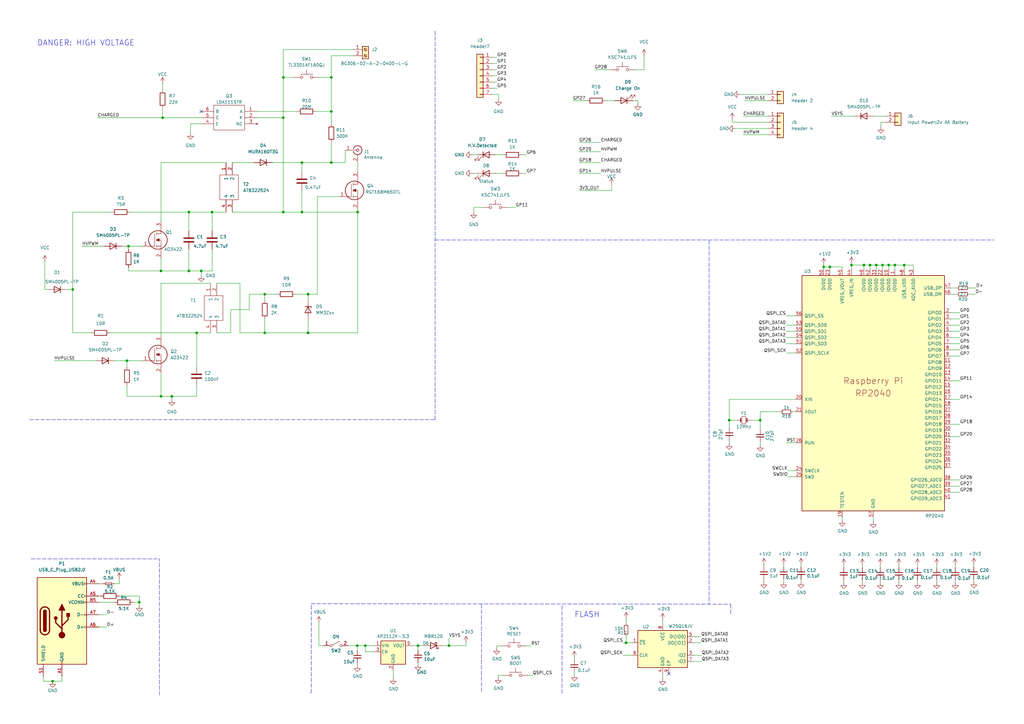
<source format=kicad_sch>
(kicad_sch (version 20211123) (generator eeschema)
  (paper "A3")
  (junction (at 149.86 264.795))
  (junction (at 126.365 136.525))
  (junction (at 123.825 86.995))
  (junction (at 299.085 172.339))
  (junction (at 311.785 172.339))
  (junction (at 184.15 264.795))
  (junction (at 77.47 86.995))
  (junction (at 66.04 162.56))
  (junction (at 116.205 86.995))
  (junction (at 337.82 109.474))
  (junction (at 146.685 86.995))
  (junction (at 135.89 31.75))
  (junction (at 359.41 108.712))
  (junction (at 171.45 264.795))
  (junction (at 146.558 264.795))
  (junction (at 256.794 263.652))
  (junction (at 126.365 120.65))
  (junction (at 57.15 247.015))
  (junction (at 66.675 48.26))
  (junction (at 116.205 48.26))
  (junction (at 356.87 108.712))
  (junction (at 364.49 108.712))
  (junction (at 80.645 136.525))
  (junction (at 367.03 108.712))
  (junction (at 52.07 147.955))
  (junction (at 29.845 118.745))
  (junction (at 340.36 109.474))
  (junction (at 135.89 45.72))
  (junction (at 116.205 31.75))
  (junction (at 361.95 108.712))
  (junction (at 108.585 120.65))
  (junction (at 108.585 136.525))
  (junction (at 77.47 111.125))
  (junction (at 21.59 279.4))
  (junction (at 123.825 66.675))
  (junction (at 370.84 108.712))
  (junction (at 82.55 111.125))
  (junction (at 135.89 66.675))
  (junction (at 86.995 86.995))
  (junction (at 52.705 100.965))
  (junction (at 70.485 162.56))
  (junction (at 66.04 111.125))
  (junction (at 354.33 108.712))
  (junction (at 349.25 108.712))
  (no_connect (at 274.32 276.352))
  (no_connect (at 82.55 45.72))
  (wire (pts (xy 299.085 163.83) (xy 299.085 172.339)))
  (wire (pts (xy 284.48 268.732) (xy 287.782 268.732)))
  (wire (pts (xy 358.14 212.09) (xy 358.14 213.868)))
  (wire (pts (xy 95.25 66.675) (xy 104.14 66.675)))
  (wire (pts (xy 346.075 237.871) (xy 346.075 238.887)))
  (wire (pts (xy 361.315 50.165) (xy 361.315 52.07)))
  (wire (pts (xy 29.845 86.995) (xy 45.72 86.995)))
  (wire (pts (xy 135.89 22.86) (xy 135.89 31.75)))
  (wire (pts (xy 184.15 264.795) (xy 191.135 264.795)))
  (wire (pts (xy 116.205 31.75) (xy 116.205 48.26)))
  (wire (pts (xy 70.485 162.56) (xy 70.485 163.83)))
  (wire (pts (xy 88.9 116.205) (xy 98.425 116.205)))
  (wire (pts (xy 77.47 86.995) (xy 86.995 86.995)))
  (wire (pts (xy 181.61 264.795) (xy 184.15 264.795)))
  (wire (pts (xy 354.33 110.49) (xy 354.33 108.712)))
  (wire (pts (xy 108.585 136.525) (xy 126.365 136.525)))
  (wire (pts (xy 397.51 118.11) (xy 400.304 118.11)))
  (wire (pts (xy 393.7 201.93) (xy 389.89 201.93)))
  (wire (pts (xy 80.645 136.525) (xy 86.36 136.525)))
  (wire (pts (xy 57.15 244.475) (xy 57.15 247.015)))
  (wire (pts (xy 108.585 123.19) (xy 108.585 120.65)))
  (wire (pts (xy 102.235 127) (xy 102.235 120.65)))
  (polyline (pts (xy 290.83 98.552) (xy 290.83 247.777)))
  (wire (pts (xy 146.685 136.525) (xy 146.685 86.995)))
  (wire (pts (xy 123.825 66.675) (xy 135.89 66.675)))
  (wire (pts (xy 368.681 232.791) (xy 368.681 231.775)))
  (wire (pts (xy 111.76 66.675) (xy 123.825 66.675)))
  (wire (pts (xy 356.87 110.49) (xy 356.87 108.712)))
  (wire (pts (xy 77.47 86.995) (xy 77.47 94.615)))
  (wire (pts (xy 259.715 41.275) (xy 261.62 41.275)))
  (wire (pts (xy 203.2 63.5) (xy 206.375 63.5)))
  (wire (pts (xy 203.835 26.035) (xy 201.93 26.035)))
  (wire (pts (xy 19.685 118.745) (xy 18.415 118.745)))
  (wire (pts (xy 250.825 75.565) (xy 250.825 78.105)))
  (polyline (pts (xy 178.435 98.425) (xy 407.67 98.425)))
  (wire (pts (xy 307.594 172.339) (xy 311.785 172.339)))
  (wire (pts (xy 17.78 277.495) (xy 17.78 279.4)))
  (wire (pts (xy 54.61 247.015) (xy 57.15 247.015)))
  (wire (pts (xy 52.07 150.495) (xy 52.07 147.955)))
  (wire (pts (xy 40.64 247.015) (xy 46.99 247.015)))
  (wire (pts (xy 171.45 264.795) (xy 173.99 264.795)))
  (wire (pts (xy 321.437 232.537) (xy 321.437 231.521)))
  (wire (pts (xy 264.16 28.575) (xy 264.16 22.86)))
  (wire (pts (xy 45.085 136.525) (xy 80.645 136.525)))
  (wire (pts (xy 359.41 110.49) (xy 359.41 108.712)))
  (wire (pts (xy 299.085 172.339) (xy 302.514 172.339)))
  (wire (pts (xy 359.41 108.712) (xy 361.95 108.712)))
  (wire (pts (xy 389.89 120.65) (xy 392.43 120.65)))
  (wire (pts (xy 393.7 199.39) (xy 389.89 199.39)))
  (wire (pts (xy 364.49 110.49) (xy 364.49 108.712)))
  (wire (pts (xy 284.48 271.272) (xy 287.782 271.272)))
  (wire (pts (xy 204.343 276.987) (xy 204.343 277.876)))
  (wire (pts (xy 353.695 232.791) (xy 353.695 231.775)))
  (wire (pts (xy 305.435 41.275) (xy 314.96 41.275)))
  (wire (pts (xy 123.825 78.105) (xy 123.825 86.995)))
  (wire (pts (xy 370.84 110.49) (xy 370.84 108.712)))
  (wire (pts (xy 130.81 255.397) (xy 130.81 264.795)))
  (wire (pts (xy 393.7 135.89) (xy 389.89 135.89)))
  (wire (pts (xy 237.49 66.675) (xy 246.38 66.675)))
  (wire (pts (xy 203.835 33.655) (xy 201.93 33.655)))
  (wire (pts (xy 123.825 66.675) (xy 123.825 70.485)))
  (wire (pts (xy 384.175 232.791) (xy 384.175 231.775)))
  (wire (pts (xy 391.795 237.871) (xy 391.795 238.887)))
  (wire (pts (xy 203.835 31.115) (xy 201.93 31.115)))
  (wire (pts (xy 86.995 102.235) (xy 86.995 111.125)))
  (wire (pts (xy 326.39 168.91) (xy 325.12 168.91)))
  (wire (pts (xy 215.9 63.5) (xy 213.995 63.5)))
  (wire (pts (xy 367.03 108.712) (xy 367.03 110.49)))
  (wire (pts (xy 299.085 181.864) (xy 299.085 180.594)))
  (wire (pts (xy 211.455 85.09) (xy 208.28 85.09)))
  (wire (pts (xy 52.705 100.965) (xy 50.165 100.965)))
  (wire (pts (xy 126.365 130.81) (xy 126.365 136.525)))
  (wire (pts (xy 193.675 71.12) (xy 195.58 71.12)))
  (wire (pts (xy 237.49 71.12) (xy 246.38 71.12)))
  (wire (pts (xy 259.08 263.652) (xy 256.794 263.652)))
  (wire (pts (xy 70.485 162.56) (xy 80.645 162.56)))
  (wire (pts (xy 256.794 260.858) (xy 256.794 263.652)))
  (wire (pts (xy 66.04 111.125) (xy 77.47 111.125)))
  (wire (pts (xy 29.845 118.745) (xy 27.305 118.745)))
  (wire (pts (xy 18.415 118.745) (xy 18.415 107.315)))
  (wire (pts (xy 361.95 108.712) (xy 364.49 108.712)))
  (wire (pts (xy 393.7 146.05) (xy 389.89 146.05)))
  (wire (pts (xy 142.875 264.795) (xy 146.558 264.795)))
  (wire (pts (xy 346.075 232.791) (xy 346.075 231.775)))
  (wire (pts (xy 321.437 237.617) (xy 321.437 238.633)))
  (wire (pts (xy 205.74 264.922) (xy 203.708 264.922)))
  (wire (pts (xy 356.87 108.712) (xy 359.41 108.712)))
  (wire (pts (xy 311.785 168.91) (xy 320.04 168.91)))
  (wire (pts (xy 234.95 41.275) (xy 240.665 41.275)))
  (wire (pts (xy 94.615 127) (xy 102.235 127)))
  (polyline (pts (xy 230.505 248.412) (xy 230.505 284.607)))
  (wire (pts (xy 41.91 239.395) (xy 40.64 239.395)))
  (wire (pts (xy 393.7 130.81) (xy 389.89 130.81)))
  (wire (pts (xy 135.89 45.72) (xy 129.54 45.72)))
  (wire (pts (xy 77.47 111.125) (xy 82.55 111.125)))
  (wire (pts (xy 363.22 50.165) (xy 361.315 50.165)))
  (wire (pts (xy 149.86 267.335) (xy 153.67 267.335)))
  (wire (pts (xy 393.7 128.27) (xy 389.89 128.27)))
  (wire (pts (xy 358.14 47.625) (xy 363.22 47.625)))
  (wire (pts (xy 66.04 153.035) (xy 66.04 162.56)))
  (wire (pts (xy 116.205 86.995) (xy 116.205 48.26)))
  (wire (pts (xy 313.309 237.617) (xy 313.309 238.633)))
  (wire (pts (xy 144.78 22.86) (xy 135.89 22.86)))
  (wire (pts (xy 135.89 45.72) (xy 135.89 50.8)))
  (wire (pts (xy 33.655 100.965) (xy 42.545 100.965)))
  (wire (pts (xy 203.835 23.495) (xy 201.93 23.495)))
  (wire (pts (xy 66.675 34.29) (xy 66.675 36.83)))
  (wire (pts (xy 328.549 237.617) (xy 328.549 238.633)))
  (wire (pts (xy 108.585 120.65) (xy 113.665 120.65)))
  (wire (pts (xy 126.365 136.525) (xy 146.685 136.525)))
  (wire (pts (xy 361.95 110.49) (xy 361.95 108.712)))
  (wire (pts (xy 86.995 94.615) (xy 86.995 86.995)))
  (wire (pts (xy 326.39 163.83) (xy 299.085 163.83)))
  (wire (pts (xy 17.78 279.4) (xy 21.59 279.4)))
  (wire (pts (xy 52.705 109.855) (xy 52.705 111.125)))
  (wire (pts (xy 397.51 120.65) (xy 400.05 120.65)))
  (wire (pts (xy 135.89 31.75) (xy 135.89 45.72)))
  (wire (pts (xy 94.615 136.525) (xy 94.615 127)))
  (wire (pts (xy 121.285 120.65) (xy 126.365 120.65)))
  (wire (pts (xy 22.225 147.955) (xy 39.37 147.955)))
  (wire (pts (xy 48.895 237.49) (xy 48.895 239.395)))
  (wire (pts (xy 384.175 237.871) (xy 384.175 238.887)))
  (wire (pts (xy 326.39 193.04) (xy 323.088 193.04)))
  (wire (pts (xy 40.64 244.475) (xy 41.275 244.475)))
  (wire (pts (xy 86.995 111.125) (xy 82.55 111.125)))
  (wire (pts (xy 135.89 66.675) (xy 141.605 66.675)))
  (wire (pts (xy 393.7 143.51) (xy 389.89 143.51)))
  (wire (pts (xy 161.29 274.955) (xy 161.29 278.13)))
  (polyline (pts (xy 65.405 285.115) (xy 65.405 229.235)))
  (wire (pts (xy 48.895 244.475) (xy 57.15 244.475)))
  (polyline (pts (xy 127.635 248.285) (xy 127.635 284.48)))
  (wire (pts (xy 149.86 264.795) (xy 153.67 264.795)))
  (wire (pts (xy 116.205 20.32) (xy 116.205 31.75)))
  (wire (pts (xy 29.845 136.525) (xy 29.845 118.745)))
  (wire (pts (xy 203.835 36.195) (xy 201.93 36.195)))
  (wire (pts (xy 303.53 38.735) (xy 314.96 38.735)))
  (wire (pts (xy 43.815 257.175) (xy 40.64 257.175)))
  (wire (pts (xy 391.795 232.791) (xy 391.795 231.775)))
  (wire (pts (xy 326.39 138.43) (xy 322.326 138.43)))
  (wire (pts (xy 393.7 138.43) (xy 389.89 138.43)))
  (wire (pts (xy 191.135 264.795) (xy 191.135 263.525)))
  (wire (pts (xy 326.39 133.35) (xy 322.326 133.35)))
  (wire (pts (xy 361.061 232.791) (xy 361.061 231.775)))
  (wire (pts (xy 204.47 38.735) (xy 204.47 40.64)))
  (wire (pts (xy 105.41 45.72) (xy 121.92 45.72)))
  (wire (pts (xy 206.375 276.987) (xy 204.343 276.987)))
  (wire (pts (xy 146.558 264.795) (xy 149.86 264.795)))
  (wire (pts (xy 256.794 255.778) (xy 256.794 253.746)))
  (wire (pts (xy 237.49 62.23) (xy 246.38 62.23)))
  (wire (pts (xy 77.47 102.235) (xy 77.47 111.125)))
  (wire (pts (xy 389.89 118.11) (xy 392.43 118.11)))
  (wire (pts (xy 345.44 212.09) (xy 345.44 213.36)))
  (wire (pts (xy 216.535 276.987) (xy 218.44 276.987)))
  (wire (pts (xy 171.45 271.78) (xy 171.45 272.415)))
  (wire (pts (xy 146.685 85.725) (xy 146.685 86.995)))
  (wire (pts (xy 80.645 158.115) (xy 80.645 162.56)))
  (wire (pts (xy 52.07 162.56) (xy 66.04 162.56)))
  (wire (pts (xy 261.62 41.275) (xy 261.62 42.545)))
  (polyline (pts (xy 12.065 172.085) (xy 178.435 172.085)))
  (wire (pts (xy 374.65 108.712) (xy 370.84 108.712)))
  (wire (pts (xy 393.7 156.21) (xy 389.89 156.21)))
  (wire (pts (xy 301.625 52.705) (xy 314.96 52.705)))
  (wire (pts (xy 130.81 31.75) (xy 135.89 31.75)))
  (wire (pts (xy 271.78 276.352) (xy 271.78 278.384)))
  (wire (pts (xy 135.89 58.42) (xy 135.89 66.675)))
  (wire (pts (xy 376.301 232.791) (xy 376.301 231.775)))
  (wire (pts (xy 250.825 78.105) (xy 237.49 78.105)))
  (wire (pts (xy 116.205 86.995) (xy 123.825 86.995)))
  (wire (pts (xy 102.235 120.65) (xy 108.585 120.65)))
  (wire (pts (xy 300.355 50.165) (xy 300.355 48.895)))
  (polyline (pts (xy 127.635 247.65) (xy 299.72 247.777)))
  (wire (pts (xy 284.48 263.652) (xy 287.528 263.652)))
  (wire (pts (xy 203.835 28.575) (xy 201.93 28.575)))
  (wire (pts (xy 393.7 173.99) (xy 389.89 173.99)))
  (wire (pts (xy 215.9 264.922) (xy 217.805 264.922)))
  (wire (pts (xy 337.82 109.474) (xy 340.36 109.474)))
  (wire (pts (xy 149.86 267.335) (xy 149.86 264.795)))
  (wire (pts (xy 57.15 247.015) (xy 57.15 248.285)))
  (wire (pts (xy 284.48 261.112) (xy 287.528 261.112)))
  (wire (pts (xy 326.39 129.54) (xy 322.326 129.54)))
  (wire (pts (xy 349.25 110.49) (xy 349.25 108.712)))
  (wire (pts (xy 259.08 268.732) (xy 255.524 268.732)))
  (wire (pts (xy 248.285 41.275) (xy 252.095 41.275)))
  (wire (pts (xy 353.695 237.871) (xy 353.695 238.887)))
  (wire (pts (xy 184.15 261.62) (xy 184.15 264.795)))
  (wire (pts (xy 340.36 109.474) (xy 340.36 110.49)))
  (polyline (pts (xy 299.72 247.777) (xy 299.72 252.222)))
  (wire (pts (xy 46.99 239.395) (xy 48.895 239.395)))
  (wire (pts (xy 37.465 136.525) (xy 29.845 136.525)))
  (wire (pts (xy 194.31 86.995) (xy 194.31 85.09)))
  (wire (pts (xy 243.84 28.575) (xy 250.19 28.575)))
  (wire (pts (xy 92.71 66.675) (xy 66.04 66.675)))
  (wire (pts (xy 43.815 252.095) (xy 40.64 252.095)))
  (wire (pts (xy 130.175 120.65) (xy 126.365 120.65)))
  (wire (pts (xy 66.04 106.045) (xy 66.04 111.125)))
  (wire (pts (xy 66.675 44.45) (xy 66.675 48.26)))
  (wire (pts (xy 368.681 237.871) (xy 368.681 238.887)))
  (wire (pts (xy 374.65 110.49) (xy 374.65 108.712)))
  (wire (pts (xy 98.425 116.205) (xy 98.425 136.525)))
  (wire (pts (xy 139.065 80.645) (xy 130.175 80.645)))
  (wire (pts (xy 52.705 102.235) (xy 52.705 100.965)))
  (wire (pts (xy 146.685 66.675) (xy 146.685 70.485)))
  (wire (pts (xy 52.705 100.965) (xy 58.42 100.965)))
  (wire (pts (xy 299.085 172.339) (xy 299.085 175.514)))
  (wire (pts (xy 304.8 47.625) (xy 314.96 47.625)))
  (polyline (pts (xy 178.435 12.7) (xy 178.435 172.085)))
  (wire (pts (xy 194.31 85.09) (xy 198.12 85.09)))
  (wire (pts (xy 326.39 140.97) (xy 322.326 140.97)))
  (wire (pts (xy 66.04 162.56) (xy 70.485 162.56)))
  (wire (pts (xy 256.794 263.652) (xy 255.524 263.652)))
  (wire (pts (xy 66.04 66.675) (xy 66.04 90.805)))
  (wire (pts (xy 271.78 256.032) (xy 271.78 254.127)))
  (wire (pts (xy 193.675 63.5) (xy 195.58 63.5)))
  (wire (pts (xy 120.65 31.75) (xy 116.205 31.75)))
  (wire (pts (xy 340.995 47.625) (xy 350.52 47.625)))
  (wire (pts (xy 237.49 58.42) (xy 246.38 58.42)))
  (wire (pts (xy 86.995 86.995) (xy 92.71 86.995)))
  (wire (pts (xy 364.49 108.712) (xy 367.03 108.712)))
  (wire (pts (xy 393.7 133.35) (xy 389.89 133.35)))
  (wire (pts (xy 82.55 50.8) (xy 78.105 50.8)))
  (wire (pts (xy 29.845 118.745) (xy 29.845 86.995)))
  (wire (pts (xy 393.7 163.83) (xy 389.89 163.83)))
  (wire (pts (xy 215.9 71.12) (xy 213.995 71.12)))
  (wire (pts (xy 130.81 264.795) (xy 132.715 264.795)))
  (wire (pts (xy 95.25 86.995) (xy 116.205 86.995)))
  (wire (pts (xy 52.07 147.955) (xy 46.99 147.955)))
  (wire (pts (xy 311.785 172.339) (xy 311.785 176.149)))
  (wire (pts (xy 40.005 48.26) (xy 66.675 48.26)))
  (wire (pts (xy 203.2 71.12) (xy 206.375 71.12)))
  (polyline (pts (xy 12.7 229.235) (xy 65.405 229.235)))
  (wire (pts (xy 311.785 182.499) (xy 311.785 181.229)))
  (wire (pts (xy 345.44 110.49) (xy 345.44 109.474)))
  (wire (pts (xy 171.45 264.795) (xy 171.45 266.7)))
  (wire (pts (xy 376.301 237.871) (xy 376.301 238.887)))
  (wire (pts (xy 393.7 179.07) (xy 389.89 179.07)))
  (wire (pts (xy 337.82 110.49) (xy 337.82 109.474)))
  (wire (pts (xy 313.309 232.537) (xy 313.309 231.521)))
  (wire (pts (xy 326.39 195.58) (xy 323.088 195.58)))
  (wire (pts (xy 98.425 136.525) (xy 108.585 136.525)))
  (wire (pts (xy 52.07 158.115) (xy 52.07 162.56)))
  (wire (pts (xy 399.415 237.617) (xy 399.415 238.633)))
  (wire (pts (xy 399.415 232.537) (xy 399.415 231.521)))
  (wire (pts (xy 326.39 181.61) (xy 322.58 181.61)))
  (wire (pts (xy 260.35 28.575) (xy 264.16 28.575)))
  (wire (pts (xy 203.708 264.922) (xy 203.708 265.811)))
  (wire (pts (xy 52.705 111.125) (xy 66.04 111.125)))
  (wire (pts (xy 88.9 136.525) (xy 94.615 136.525)))
  (wire (pts (xy 126.365 120.65) (xy 126.365 123.19)))
  (wire (pts (xy 66.675 48.26) (xy 82.55 48.26)))
  (polyline (pts (xy 197.485 247.777) (xy 197.485 283.972)))
  (wire (pts (xy 337.82 109.474) (xy 337.82 108.458)))
  (wire (pts (xy 326.39 135.89) (xy 322.326 135.89)))
  (wire (pts (xy 82.55 111.125) (xy 82.55 113.03)))
  (wire (pts (xy 78.105 50.8) (xy 78.105 54.61)))
  (wire (pts (xy 361.061 237.871) (xy 361.061 238.887)))
  (wire (pts (xy 86.36 116.205) (xy 66.04 116.205)))
  (wire (pts (xy 235.585 270.637) (xy 235.585 269.621)))
  (wire (pts (xy 314.96 50.165) (xy 300.355 50.165)))
  (wire (pts (xy 25.4 279.4) (xy 21.59 279.4)))
  (wire (pts (xy 393.7 196.85) (xy 389.89 196.85)))
  (wire (pts (xy 123.825 86.995) (xy 146.685 86.995)))
  (wire (pts (xy 201.93 38.735) (xy 204.47 38.735)))
  (wire (pts (xy 108.585 136.525) (xy 108.585 130.81)))
  (wire (pts (xy 304.8 55.245) (xy 314.96 55.245)))
  (wire (pts (xy 53.34 86.995) (xy 77.47 86.995)))
  (wire (pts (xy 354.33 108.712) (xy 356.87 108.712)))
  (wire (pts (xy 349.25 108.712) (xy 354.33 108.712)))
  (wire (pts (xy 311.785 168.91) (xy 311.785 172.339)))
  (wire (pts (xy 146.558 266.827) (xy 146.558 264.795)))
  (wire (pts (xy 141.605 61.595) (xy 141.605 66.675)))
  (wire (pts (xy 25.4 277.495) (xy 25.4 279.4)))
  (wire (pts (xy 130.175 80.645) (xy 130.175 120.65)))
  (wire (pts (xy 66.04 116.205) (xy 66.04 137.795)))
  (wire (pts (xy 345.44 109.474) (xy 340.36 109.474)))
  (wire (pts (xy 349.25 108.712) (xy 349.25 107.95)))
  (wire (pts (xy 52.07 147.955) (xy 58.42 147.955)))
  (wire (pts (xy 235.585 275.717) (xy 235.585 276.733)))
  (wire (pts (xy 105.41 48.26) (xy 116.205 48.26)))
  (wire (pts (xy 168.91 264.795) (xy 171.45 264.795)))
  (wire (pts (xy 326.39 144.78) (xy 322.58 144.78)))
  (wire (pts (xy 80.645 136.525) (xy 80.645 150.495)))
  (wire (pts (xy 144.78 20.32) (xy 116.205 20.32)))
  (wire (pts (xy 146.558 271.907) (xy 146.558 272.923)))
  (wire (pts (xy 370.84 108.712) (xy 367.03 108.712)))
  (wire (pts (xy 393.7 140.97) (xy 389.89 140.97)))
  (wire (pts (xy 328.549 232.537) (xy 328.549 231.521)))
  (text "FLASH" (at 235.585 253.492 0) (effects (font (size 2.2606 2.2606)) (justify left bottom)))
  (text "DANGER: HIGH VOLTAGE\n" (at 15.24 19.05 0) (effects (font (size 2.2606 2.2606)) (justify left bottom)))
  (label "GP14" (at 237.49 71.12 0))
  (label "GP3" (at 393.7 135.89 0))
  (label "VSYS" (at 340.995 47.625 0))
  (label "QSPI_CS" (at 255.524 263.652 180))
  (label "QSPI_CS" (at 218.44 276.987 0))
  (label "QSPI_DATA2" (at 287.782 268.732 0))
  (label "HVPWM" (at 246.38 62.23 0))
  (label "GP28" (at 393.7 201.93 0))
  (label "GP26" (at 393.7 196.85 0))
  (label "GP3" (at 203.835 31.115 0))
  (label "GP18" (at 237.49 66.675 0))
  (label "QSPI_DATA1" (at 287.528 263.652 0))
  (label "GP11" (at 393.7 156.21 0))
  (label "GP27" (at 393.7 199.39 0))
  (label "QSPI_SCK" (at 322.58 144.78 180))
  (label "SWCLK" (at 323.088 193.04 180))
  (label "GP5" (at 203.835 36.195 0))
  (label "GP6" (at 215.9 63.5 0))
  (label "GP20" (at 237.49 62.23 0))
  (label "RST" (at 217.805 264.922 0))
  (label "GP20" (at 393.7 179.07 0))
  (label "VSYS" (at 184.15 261.62 0))
  (label "QSPI_DATA3" (at 322.326 140.97 180))
  (label "GP14" (at 393.7 163.83 0))
  (label "SWDIO" (at 323.088 195.58 180))
  (label "QSPI_SCK" (at 255.524 268.732 180))
  (label "GP2" (at 203.835 28.575 0))
  (label "GP7" (at 215.9 71.12 0))
  (label "GP7" (at 393.7 146.05 0))
  (label "RST" (at 322.58 181.61 0))
  (label "CHARGED" (at 40.005 48.26 0))
  (label "GP2" (at 393.7 133.35 0))
  (label "D-" (at 43.815 252.095 0))
  (label "GP18" (at 393.7 173.99 0))
  (label "CHARGED" (at 304.8 47.625 0))
  (label "GP26" (at 237.49 58.42 0))
  (label "CHARGED" (at 246.38 66.675 0))
  (label "3V3_OUT" (at 237.49 78.105 0))
  (label "QSPI_CS" (at 322.326 129.54 180))
  (label "QSPI_DATA0" (at 322.326 133.35 180))
  (label "D+" (at 43.815 257.175 0))
  (label "GP11" (at 211.455 85.09 0))
  (label "QSPI_DATA0" (at 287.528 261.112 0))
  (label "CHARGED" (at 246.38 58.42 0))
  (label "GP4" (at 393.7 138.43 0))
  (label "HVPWM" (at 304.8 55.245 0))
  (label "HVPULSE" (at 305.435 41.275 0))
  (label "GP0" (at 203.835 23.495 0))
  (label "QSPI_DATA3" (at 287.782 271.272 0))
  (label "GP4" (at 203.835 33.655 0))
  (label "GP0" (at 393.7 128.27 0))
  (label "HVPWM" (at 33.655 100.965 0))
  (label "GP1" (at 393.7 130.81 0))
  (label "QSPI_DATA2" (at 322.326 138.43 180))
  (label "QSPI_DATA1" (at 322.326 135.89 180))
  (label "HVPULSE" (at 22.225 147.955 0))
  (label "GP1" (at 203.835 26.035 0))
  (label "GP28" (at 243.84 28.575 0))
  (label "GP5" (at 393.7 140.97 0))
  (label "D+" (at 400.304 118.11 0))
  (label "GP27" (at 234.95 41.275 0))
  (label "HVPULSE" (at 246.38 71.12 0))
  (label "GP6" (at 393.7 143.51 0))
  (label "D-" (at 400.05 120.65 0))
  (symbol (lib_id "Device:R_Small") (at 256.794 258.318 0) (unit 1)
    (property "Reference" "R17" (at 253.238 259.588 0) (effects (justify left)))
    (property "Value" "10K" (at 251.968 257.81 0) (effects (justify left)))
    (property "Footprint" "Resistor_SMD:R_0603_1608Metric" (effects hide))
    (property "Datasheet" "https://datasheet.lcsc.com/lcsc/1811081617_YAGEO-RC0603JR-0710KL_C99198.pdf" (effects hide))
    (property "LCSC#" "C99198" (effects hide))
    (property "Proveedor" "LCSC" (effects hide))
  )
  (symbol (lib_id "power:GND") (at 82.55 113.03 0) (unit 1)
    (property "Reference" "#PWR08" (effects hide))
    (property "Value" "GND" (at 86.36 113.03 0))
  )
  (symbol (lib_id "power:GND") (at 358.14 213.868 0) (unit 1)
    (property "Reference" "#PWR050" (effects hide))
    (property "Value" "GND" (at 358.267 218.2622 0))
  )
  (symbol (lib_id "power:GND") (at 204.47 40.64 0) (unit 1)
    (property "Reference" "#PWR020" (effects hide))
    (property "Value" "GND" (at 204.47 45.72 0))
  )
  (symbol (lib_id "power:GND") (at 78.105 54.61 0) (unit 1)
    (property "Reference" "#PWR07" (effects hide))
    (property "Value" "GND" (at 78.105 59.69 0))
  )
  (symbol (lib_id "power:GND") (at 345.44 213.36 0) (unit 1)
    (property "Reference" "#PWR043" (effects hide))
    (property "Value" "GND" (at 345.567 217.7542 0))
  )
  (symbol (lib_id "Device:C_Small") (at 353.695 235.331 0) (unit 1)
    (property "Reference" "C14" (at 356.0318 234.1626 0) (effects (justify left)))
    (property "Value" "0.1uF" (at 354.711 237.109 0) (effects (justify left)))
    (property "Footprint" "Capacitor_SMD:C_0402_1005Metric" (effects hide))
    (property "Datasheet" "https://www.mouser.mx/datasheet/2/447/UPY_NP0X5R_01005_4V_to_25V_V10-3003057.pdf" (effects hide))
    (property "Manf#" "CC0402ZRY5V7BB104" (effects hide))
    (property "Proveedor" "MOUSER" (effects hide))
  )
  (symbol (lib_id "PicoWAN-rescue:RP2040-MCU_RaspberryPi_and_Boards-PicoWAN-rescue-PicoWAN-rescue") (at 358.14 161.29 0) (unit 1)
    (property "Reference" "U3" (at 331.216 111.252 0))
    (property "Value" "RP2040" (at 383.286 211.582 0))
    (property "Footprint" "badge_pwnCon:RP2040-QFN-56" (effects hide))
    (property "Datasheet" "https://www.mouser.mx/datasheet/2/630/hardware_design_with_rp2040-2904726.pdf" (effects hide))
    (property "Manf#" "RPI Chip RP2040-7-500" (effects hide))
    (property "Proveedor" "MOUSER" (effects hide))
  )
  (symbol (lib_id "power:VCC") (at 250.825 75.565 0) (unit 1)
    (property "Reference" "#PWR023" (effects hide))
    (property "Value" "VCC" (at 250.825 72.39 0))
  )
  (symbol (lib_id "Device:R") (at 41.275 136.525 90) (unit 1)
    (property "Reference" "R1" (at 41.275 129.54 90))
    (property "Value" "10R" (at 41.275 132.715 90))
    (property "Footprint" "Resistor_SMD:R_0603_1608Metric" (effects hide))
    (property "Datasheet" "https://www.mouser.mx/datasheet/2/447/PYu_RC_Group_51_RoHS_L_11-1984063.pdf" (effects hide))
    (property "Manf#" "RC0603FR-0710RL" (effects hide))
    (property "Proveedor" "MOUSER" (effects hide))
  )
  (symbol (lib_id "Device:R") (at 45.085 244.475 90) (unit 1)
    (property "Reference" "R2" (at 45.085 240.665 90))
    (property "Value" "5.1K" (at 45.085 242.57 90))
    (property "Footprint" "Resistor_SMD:R_0603_1608Metric" (effects hide))
    (property "Datasheet" "https://www.mouser.mx/datasheet/2/427/crcwce3-1762584.pdf" (effects hide))
    (property "Manf#" "CRCW06035K10FKEAC" (effects hide))
    (property "Proveedor" "MOUSER" (effects hide))
  )
  (symbol (lib_id "Device:C_Small") (at 146.558 269.367 0) (unit 1)
    (property "Reference" "C5" (at 142.367 267.716 0) (effects (justify left)))
    (property "Value" "10uF" (at 140.843 271.399 0) (effects (justify left)))
    (property "Footprint" "Capacitor_SMD:C_0402_1005Metric" (effects hide))
    (property "Datasheet" "https://www.mouser.mx/datasheet/2/585/MLCC-1837944.pdf" (effects hide))
    (property "Manf#" "CL05A106MQ5NUNC" (effects hide))
    (property "Proveedor" "MOUSER" (effects hide))
  )
  (symbol (lib_id "Switch:SW_Push") (at 125.73 31.75 0) (unit 1)
    (property "Reference" "SW1" (at 125.73 24.13 0))
    (property "Value" "TL3301AF160QJ" (at 125.73 26.67 0))
    (property "Footprint" "chipshouter:TL3301AF160QJ" (effects hide))
    (property "Datasheet" "https://www.mouser.mx/datasheet/2/140/ESwitch_2623_TL3301-3103205.pdf" (effects hide))
    (property "Manf#" "TL3301AF160QJ" (effects hide))
    (property "Proveedor" "MOUSER" (effects hide))
  )
  (symbol (lib_id "Connector_Generic:Conn_01x07") (at 196.85 31.115 0) (mirror y) (unit 1)
    (property "Reference" "J3" (at 196.85 16.51 0))
    (property "Value" "Header7" (at 196.85 19.05 0))
    (property "Footprint" "Connector_PinHeader_2.54mm:PinHeader_1x07_P2.54mm_Vertical" (effects hide))
  )
  (symbol (lib_id "power:+1V2") (at 313.309 231.521 0) (unit 1)
    (property "Reference" "#PWR033" (effects hide))
    (property "Value" "+1V2" (at 313.69 227.1268 0))
  )
  (symbol (lib_id "power:GND") (at 21.59 279.4 0) (unit 1)
    (property "Reference" "#PWR02" (effects hide))
    (property "Value" "GND" (at 21.59 283.21 0))
  )
  (symbol (lib_id "Switch:SW_Push") (at 211.455 276.987 0) (unit 1)
    (property "Reference" "SW5" (at 211.455 269.748 0))
    (property "Value" "BOOT" (at 211.455 272.0594 0))
    (property "Footprint" "Button_Switch_SMD:SW_SPST_TL3342" (effects hide))
    (property "Datasheet" "https://www.mouser.mx/datasheet/2/140/TL3342-2065746.pdf" (effects hide))
    (property "Manf#" "TL3342F450QG" (effects hide))
    (property "Proveedor" "MOUSER" (effects hide))
  )
  (symbol (lib_id "Device:R") (at 50.8 247.015 90) (unit 1)
    (property "Reference" "R4" (at 50.8 245.11 90))
    (property "Value" "5.1K" (at 50.8 249.555 90))
    (property "Footprint" "Resistor_SMD:R_0603_1608Metric" (effects hide))
    (property "Datasheet" "https://www.mouser.mx/datasheet/2/427/crcwce3-1762584.pdf" (effects hide))
    (property "Manf#" "CRCW06035K10FKEAC" (effects hide))
    (property "Proveedor" "MOUSER" (effects hide))
  )
  (symbol (lib_id "Device:R") (at 125.73 45.72 90) (unit 1)
    (property "Reference" "R10" (at 125.73 41.275 90))
    (property "Value" "20M" (at 125.73 43.815 90))
    (property "Footprint" "Resistor_SMD:R_2010_5025Metric" (effects hide))
    (property "Datasheet" "https://www.mouser.mx/datasheet/2/427/crma-1765222.pdf" (effects hide))
    (property "Manf#" "CRMA2010AF20M0FKEF" (effects hide))
    (property "Proveedor" "MOUSER" (effects hide))
  )
  (symbol (lib_id "power:GND") (at 193.675 71.12 270) (unit 1)
    (property "Reference" "#PWR016" (effects hide))
    (property "Value" "GND" (at 190.5 71.12 90) (effects (justify right)))
  )
  (symbol (lib_id "power:+1V2") (at 328.549 231.521 0) (unit 1)
    (property "Reference" "#PWR038" (effects hide))
    (property "Value" "+1V2" (at 328.93 227.1268 0))
  )
  (symbol (lib_id "Device:C") (at 80.645 154.305 0) (unit 1)
    (property "Reference" "C2" (at 83.82 153.0349 0) (effects (justify left)))
    (property "Value" "100nF" (at 83.82 155.5749 0) (effects (justify left)))
    (property "Footprint" "Capacitor_SMD:C_0603_1608Metric" (effects hide))
    (property "Datasheet" "https://www.mouser.mx/datasheet/2/212/KEM_C1002_X7R_SMD-1102033.pdf" (effects hide))
    (property "Manf#" "C0603C104K5RAC7867" (effects hide))
    (property "Proveedor" "MOUSER" (effects hide))
  )
  (symbol (lib_id "Device:R_Small") (at 394.97 120.65 270) (unit 1)
    (property "Reference" "R20" (at 394.97 122.682 90))
    (property "Value" "27" (at 394.97 120.65 90))
    (property "Footprint" "Resistor_SMD:R_0603_1608Metric" (effects hide))
    (property "Datasheet" "https://www.mouser.mx/datasheet/2/315/AOA0000C301-1488782.pdf" (effects hide))
    (property "Manf#" "ERJ-3GEYJ270V" (effects hide))
    (property "Proveedor" "MOUSER" (effects hide))
  )
  (symbol (lib_id "Device:R") (at 108.585 127 0) (unit 1)
    (property "Reference" "R8" (at 111.125 125.7299 0) (effects (justify left)))
    (property "Value" "2K" (at 111.125 128.2699 0) (effects (justify left)))
    (property "Footprint" "Resistor_SMD:R_0805_2012Metric" (effects hide))
    (property "Datasheet" "https://www.mouser.mx/datasheet/2/447/PYu_RC_Group_51_RoHS_L_11-1984063.pdf" (effects hide))
    (property "Manf#" "RC0805FR-072KL" (effects hide))
    (property "Proveedor" "MOUSER" (effects hide))
  )
  (symbol (lib_id "power:GND") (at 146.558 272.923 0) (unit 1)
    (property "Reference" "#PWR011" (effects hide))
    (property "Value" "GND" (at 146.685 277.3172 0))
  )
  (symbol (lib_id "power:GND") (at 313.309 238.633 0) (unit 1)
    (property "Reference" "#PWR034" (effects hide))
    (property "Value" "GND" (at 313.436 243.0272 0))
  )
  (symbol (lib_id "power:GND") (at 193.675 63.5 270) (unit 1)
    (property "Reference" "#PWR015" (effects hide))
    (property "Value" "GND" (at 190.5 63.5 90) (effects (justify right)))
  )
  (symbol (lib_id "power:+3V3") (at 376.301 231.775 0) (unit 1)
    (property "Reference" "#PWR053" (effects hide))
    (property "Value" "+3V3" (at 376.682 227.3808 0))
  )
  (symbol (lib_id "Device:R") (at 135.89 54.61 0) (unit 1)
    (property "Reference" "R11" (at 137.795 53.3399 0) (effects (justify left)))
    (property "Value" "300K" (at 137.795 55.8799 0) (effects (justify left)))
    (property "Footprint" "Resistor_SMD:R_2512_6332Metric_Pad1.40x3.35mm_HandSolder" (effects hide))
    (property "Datasheet" "https://www.mouser.mx/datasheet/2/418/5/ENG_DS_9_1773463_7_G-1113509.pdf" (effects hide))
    (property "Manf#" "3522300KFT" (effects hide))
    (property "Proveedor" "MOUSER" (effects hide))
  )
  (symbol (lib_id "Device:LED") (at 199.39 63.5 0) (unit 1)
    (property "Reference" "D7" (at 197.8025 57.15 0))
    (property "Value" "H.V.Detected" (at 197.8025 59.69 0))
    (property "Footprint" "LED_SMD:LED_0603_1608Metric" (effects hide))
    (property "Datasheet" "https://www.mouser.mx/ProductDetail/Kingbright/APT1608SECK?qs=SxaZfIVsCL3ll9vpt7nTCw%3D%3D" (effects hide))
    (property "Manf#" "APT1608SECK" (effects hide))
    (property "Proveedor" "MOUSER" (effects hide))
  )
  (symbol (lib_id "Device:Fuse_Small") (at 44.45 239.395 0) (unit 1)
    (property "Reference" "F1" (at 44.45 234.696 0))
    (property "Value" "0.5A" (at 44.45 237.0074 0))
    (property "Footprint" "Fuse:Fuse_0805_2012Metric" (effects hide))
    (property "Datasheet" "https://www.mouser.mx/datasheet/2/427/mfuserie-1762582.pdf" (effects hide))
    (property "LCSC#" "-" (effects hide))
    (property "Manf#" "MFU0805FF00500P100" (effects hide))
    (property "Proveedor" "MOUSER" (effects hide))
  )
  (symbol (lib_id "IRLML0060TRPBF:IRLML0060TRPBF") (at 58.42 100.965 0) (unit 1)
    (property "Reference" "Q1" (at 67.945 95.25 0) (effects (justify left)))
    (property "Value" "AO3422" (at 67.31 102.235 0) (effects (justify left)))
    (property "Footprint" "Package_TO_SOT_SMD:SOT-23" (effects hide))
    (property "Datasheet" "https://aosmd.com/res/data_sheets/AO3422.pdf" (effects hide))
    (property "Manf#" "AO3422 " (effects hide))
    (property "Proveedor" "Digikey" (effects hide))
  )
  (symbol (lib_id "power:VBUS") (at 130.81 255.397 0) (unit 1)
    (property "Reference" "#PWR09" (effects hide))
    (property "Value" "VBUS" (at 131.191 251.0028 0))
  )
  (symbol (lib_id "Device:C_Small") (at 313.309 235.077 0) (unit 1)
    (property "Reference" "C9" (at 315.6458 233.9086 0) (effects (justify left)))
    (property "Value" "1uF" (at 315.6458 236.22 0) (effects (justify left)))
    (property "Footprint" "Capacitor_SMD:C_0603_1608Metric" (effects hide))
    (property "Datasheet" "https://www.mouser.mx/datasheet/2/585/MLCC-1837944.pdf" (effects hide))
    (property "Manf#" "CL10A105KP8NNNC" (effects hide))
    (property "Proveedor" "MOUSER" (effects hide))
  )
  (symbol (lib_id "Device:R") (at 210.185 71.12 90) (unit 1)
    (property "Reference" "R14" (at 210.185 67.31 90))
    (property "Value" "1K" (at 210.185 69.215 90))
    (property "Footprint" "Resistor_SMD:R_0603_1608Metric" (effects hide))
    (property "Datasheet" "https://www.mouser.mx/datasheet/2/447/PYu_RC_Group_51_RoHS_L_11-1984063.pdf" (effects hide))
    (property "Manf#" "RC0603FR-071KL" (effects hide))
    (property "Proveedor" "MOUSER" (effects hide))
  )
  (symbol (lib_id "power:GND") (at 399.415 238.633 0) (unit 1)
    (property "Reference" "#PWR060" (effects hide))
    (property "Value" "GND" (at 399.542 243.0272 0))
  )
  (symbol (lib_id "power:GND") (at 271.78 278.384 0) (unit 1)
    (property "Reference" "#PWR028" (effects hide))
    (property "Value" "GND" (at 271.907 282.7782 0))
  )
  (symbol (lib_id "Device:R") (at 52.07 154.305 0) (unit 1)
    (property "Reference" "R5" (at 54.61 153.0349 0) (effects (justify left)))
    (property "Value" "1K" (at 54.61 155.5749 0) (effects (justify left)))
    (property "Footprint" "Resistor_SMD:R_0603_1608Metric" (effects hide))
    (property "Datasheet" "https://www.mouser.mx/datasheet/2/447/PYu_RC_Group_51_RoHS_L_11-1984063.pdf" (effects hide))
    (property "Manf#" "RC0603FR-071KL" (effects hide))
    (property "Proveedor" "MOUSER" (effects hide))
  )
  (symbol (lib_id "Device:LED") (at 199.39 71.12 0) (unit 1)
    (property "Reference" "D8" (at 199.39 67.945 0))
    (property "Value" "Status" (at 199.39 74.295 0))
    (property "Footprint" "LED_SMD:LED_0603_1608Metric" (effects hide))
    (property "Datasheet" "https://www.mouser.mx/datasheet/2/216/APT1608CGCK-24002.pdf" (effects hide))
    (property "Manf#" "APT1608CGCK" (effects hide))
    (property "Proveedor" "MOUSER" (effects hide))
  )
  (symbol (lib_id "power:GND") (at 194.31 86.995 0) (unit 1)
    (property "Reference" "#PWR017" (effects hide))
    (property "Value" "GND" (at 194.31 92.075 0))
  )
  (symbol (lib_id "power:+3V3") (at 391.795 231.775 0) (unit 1)
    (property "Reference" "#PWR057" (effects hide))
    (property "Value" "+3V3" (at 392.176 227.3808 0))
  )
  (symbol (lib_id "power:GND") (at 235.585 276.733 0) (unit 1)
    (property "Reference" "#PWR022" (effects hide))
    (property "Value" "GND" (at 235.712 281.1272 0))
  )
  (symbol (lib_id "power:GND") (at 161.29 278.13 0) (unit 1)
    (property "Reference" "#PWR012" (effects hide))
    (property "Value" "GND" (at 161.417 282.5242 0))
  )
  (symbol (lib_id "power:GND") (at 299.085 181.864 0) (unit 1)
    (property "Reference" "#PWR031" (effects hide))
    (property "Value" "GND" (at 299.212 186.2582 0))
  )
  (symbol (lib_id "Diode:MBR340") (at 177.8 264.795 180) (unit 1)
    (property "Reference" "D6" (at 174.625 263.779 0))
    (property "Value" "MBR120" (at 177.8 260.985 0))
    (property "Footprint" "Diode_SMD:D_SOD-123F" (effects hide))
    (property "Datasheet" "https://datasheet.lcsc.com/lcsc/1809192043_LRC-LMBR120FT1G_C81143.pdf" (effects hide))
    (property "LCSC#" "C81143" (effects hide))
    (property "Proveedor" "LCSC" (effects hide))
  )
  (symbol (lib_id "power:+3V3") (at 349.25 107.95 0) (unit 1)
    (property "Reference" "#PWR044" (effects hide))
    (property "Value" "+3V3" (at 349.631 103.5558 0))
  )
  (symbol (lib_id "power:GND") (at 361.315 52.07 0) (unit 1)
    (property "Reference" "#PWR049" (effects hide))
    (property "Value" "GND" (at 361.315 56.515 0))
  )
  (symbol (lib_id "power:+3V3") (at 346.075 231.775 0) (unit 1)
    (property "Reference" "#PWR041" (effects hide))
    (property "Value" "+3V3" (at 346.456 227.3808 0))
  )
  (symbol (lib_id "power:GND") (at 328.549 238.633 0) (unit 1)
    (property "Reference" "#PWR039" (effects hide))
    (property "Value" "GND" (at 328.676 243.0272 0))
  )
  (symbol (lib_id "power:GND") (at 303.53 38.735 270) (unit 1)
    (property "Reference" "#PWR032" (effects hide))
    (property "Value" "GND" (at 300.99 38.7349 90) (effects (justify right)))
  )
  (symbol (lib_id "Device:C_Small") (at 346.075 235.331 0) (unit 1)
    (property "Reference" "C13" (at 348.4118 234.1626 0) (effects (justify left)))
    (property "Value" "1uF" (at 348.4118 236.474 0) (effects (justify left)))
    (property "Footprint" "Capacitor_SMD:C_0603_1608Metric" (effects hide))
    (property "Datasheet" "https://www.mouser.mx/datasheet/2/585/MLCC-1837944.pdf" (effects hide))
    (property "Manf#" "CL10A105KP8NNNC" (effects hide))
    (property "Proveedor" "MOUSER" (effects hide))
  )
  (symbol (lib_id "Device:C_Small") (at 321.437 235.077 0) (unit 1)
    (property "Reference" "C11" (at 323.7738 233.9086 0) (effects (justify left)))
    (property "Value" "0.1uF" (at 322.199 236.855 0) (effects (justify left)))
    (property "Footprint" "Capacitor_SMD:C_0402_1005Metric" (effects hide))
    (property "Datasheet" "https://www.mouser.mx/datasheet/2/447/UPY_NP0X5R_01005_4V_to_25V_V10-3003057.pdf" (effects hide))
    (property "Manf#" "CC0402ZRY5V7BB104" (effects hide))
    (property "Proveedor" "MOUSER" (effects hide))
  )
  (symbol (lib_id "Device:C_Small") (at 299.085 178.054 0) (unit 1)
    (property "Reference" "C8" (at 293.2684 178.054 90))
    (property "Value" "27pF" (at 295.5798 178.054 90))
    (property "Footprint" "Capacitor_SMD:C_0603_1608Metric" (effects hide))
    (property "Datasheet" "https://www.mouser.mx/datasheet/2/212/KEM_C1003_C0G_SMD-1101588.pdf" (effects hide))
    (property "Manf#" "C0603C270J5GAC7411" (effects hide))
    (property "Proveedor" "MOUSER" (effects hide))
  )
  (symbol (lib_id "power:+3V3") (at 384.175 231.775 0) (unit 1)
    (property "Reference" "#PWR055" (effects hide))
    (property "Value" "+3V3" (at 384.556 227.3808 0))
  )
  (symbol (lib_id "power:+3V3") (at 191.135 263.525 0) (unit 1)
    (property "Reference" "#PWR014" (effects hide))
    (property "Value" "+3V3" (at 191.516 259.1308 0))
  )
  (symbol (lib_id "ATB322524-0110-T000:ATB322524-0110-T000") (at 95.25 66.675 270) (unit 1)
    (property "Reference" "T2" (at 99.695 75.5649 90) (effects (justify left)))
    (property "Value" "ATB322524" (at 99.695 78.1049 90) (effects (justify left)))
    (property "Footprint" "chipshouter:ATB3225240110T000" (effects hide))
    (property "Datasheet" "https://4donline.ihs.com/images/VipMasterIC/IC/TDKC/TDKC-S-A0011683669/TDKC-S-A0011683669-1.pdf?hkey=CECEF36DEECDED6468708AAF2E19C0C6" (effects hide))
    (property "Manf#" "ATB322524-0110-T000" (effects hide))
    (property "Proveedor" "MOUSER" (effects hide))
  )
  (symbol (lib_id "IRLML0060TRPBF:IRLML0060TRPBF") (at 139.065 80.645 0) (unit 1)
    (property "Reference" "Q4" (at 150.495 76.2 0) (effects (justify left)))
    (property "Value" "RGT16BM65DTL" (at 149.86 78.74 0) (effects (justify left)))
    (property "Footprint" "Package_TO_SOT_SMD:TO-263-2" (effects hide))
    (property "Datasheet" "https://fscdn.rohm.com/en/products/databook/datasheet/discrete/igbt/rgt16nl65d-e.pdf" (effects hide))
    (property "Manf#" "RGT16NL65DGTL" (effects hide))
    (property "Proveedor" "MOUSER" (effects hide))
  )
  (symbol (lib_id "power:+3V3") (at 256.794 253.746 0) (unit 1)
    (property "Reference" "#PWR024" (effects hide))
    (property "Value" "+3V3" (at 257.175 249.3518 0))
  )
  (symbol (lib_id "power:GND") (at 204.343 277.876 0) (unit 1)
    (property "Reference" "#PWR019" (effects hide))
    (property "Value" "GND" (at 204.47 282.2702 0))
  )
  (symbol (lib_id "Device:C_Small") (at 391.795 235.331 0) (unit 1)
    (property "Reference" "C19" (at 394.1318 234.1626 0) (effects (justify left)))
    (property "Value" "0.1uF" (at 392.811 237.109 0) (effects (justify left)))
    (property "Footprint" "Capacitor_SMD:C_0402_1005Metric" (effects hide))
    (property "Datasheet" "https://www.mouser.mx/datasheet/2/447/UPY_NP0X5R_01005_4V_to_25V_V10-3003057.pdf" (effects hide))
    (property "Manf#" "CC0402ZRY5V7BB104" (effects hide))
    (property "Proveedor" "MOUSER" (effects hide))
  )
  (symbol (lib_id "Device:C_Small") (at 361.061 235.331 0) (unit 1)
    (property "Reference" "C15" (at 363.3978 234.1626 0) (effects (justify left)))
    (property "Value" "0.1uF" (at 361.823 237.109 0) (effects (justify left)))
    (property "Footprint" "Capacitor_SMD:C_0402_1005Metric" (effects hide))
    (property "Datasheet" "https://www.mouser.mx/datasheet/2/447/UPY_NP0X5R_01005_4V_to_25V_V10-3003057.pdf" (effects hide))
    (property "Manf#" "CC0402ZRY5V7BB104" (effects hide))
    (property "Proveedor" "MOUSER" (effects hide))
  )
  (symbol (lib_id "Device:C_Small") (at 399.415 235.077 0) (unit 1)
    (property "Reference" "C20" (at 401.7518 233.9086 0) (effects (justify left)))
    (property "Value" "0.1uF" (at 400.685 236.855 0) (effects (justify left)))
    (property "Footprint" "Capacitor_SMD:C_0402_1005Metric" (effects hide))
    (property "Datasheet" "https://www.mouser.mx/datasheet/2/447/UPY_NP0X5R_01005_4V_to_25V_V10-3003057.pdf" (effects hide))
    (property "Manf#" "CC0402ZRY5V7BB104" (effects hide))
    (property "Proveedor" "MOUSER" (effects hide))
  )
  (symbol (lib_id "Device:C") (at 123.825 74.295 0) (unit 1)
    (property "Reference" "C4" (at 127 73.025 0) (effects (justify left)))
    (property "Value" "0.47uF" (at 125.095 76.835 0) (effects (justify left)))
    (property "Footprint" "Capacitor_SMD:C_2220_5650Metric_Pad1.97x5.40mm_HandSolder" (effects hide))
    (property "Datasheet" "https://product.tdk.com/system/files/dam/doc/product/capacitor/ceramic/mlcc/catalog/mlcc_automotive_soft_en.pdf" (effects hide))
    (property "Manf#" "CGA9P1X7T2J474K250KE" (effects hide))
    (property "Proveedor" "MOUSER" (effects hide))
  )
  (symbol (lib_id "power:GND") (at 384.175 238.887 0) (unit 1)
    (property "Reference" "#PWR056" (effects hide))
    (property "Value" "GND" (at 384.302 243.2812 0))
  )
  (symbol (lib_id "power:+1V2") (at 337.82 108.458 0) (unit 1)
    (property "Reference" "#PWR040" (effects hide))
    (property "Value" "+1V2" (at 338.201 104.0638 0))
  )
  (symbol (lib_id "Device:C_Small") (at 368.681 235.331 0) (unit 1)
    (property "Reference" "C16" (at 371.0178 234.1626 0) (effects (justify left)))
    (property "Value" "0.1uF" (at 369.697 237.109 0) (effects (justify left)))
    (property "Footprint" "Capacitor_SMD:C_0402_1005Metric" (effects hide))
    (property "Datasheet" "https://www.mouser.mx/datasheet/2/447/UPY_NP0X5R_01005_4V_to_25V_V10-3003057.pdf" (effects hide))
    (property "Manf#" "CC0402ZRY5V7BB104" (effects hide))
    (property "Proveedor" "MOUSER" (effects hide))
  )
  (symbol (lib_id "Connector_Generic:Conn_01x02") (at 320.04 38.735 0) (unit 1)
    (property "Reference" "J4" (at 324.485 38.7349 0) (effects (justify left)))
    (property "Value" "Header 2" (at 324.485 41.2749 0) (effects (justify left)))
    (property "Footprint" "Connector_PinHeader_2.54mm:PinHeader_1x02_P2.54mm_Vertical" (effects hide))
  )
  (symbol (lib_id "Device:C_Small") (at 311.785 178.689 0) (unit 1)
    (property "Reference" "C10" (at 314.833 178.689 90))
    (property "Value" "27pF" (at 316.611 178.689 90))
    (property "Footprint" "Capacitor_SMD:C_0603_1608Metric" (effects hide))
    (property "Datasheet" "https://www.mouser.mx/datasheet/2/212/KEM_C1003_C0G_SMD-1101588.pdf" (effects hide))
    (property "Manf#" "C0603C270J5GAC7411" (effects hide))
    (property "Proveedor" "MOUSER" (effects hide))
  )
  (symbol (lib_id "Diode:SM4005") (at 354.33 47.625 0) (unit 1)
    (property "Reference" "D10" (at 354.33 41.275 0))
    (property "Value" "SM4005PL-TP" (at 354.33 43.815 0))
    (property "Footprint" "Diode_SMD:D_SOD-123F" (effects hide))
    (property "Datasheet" "https://www.mouser.mx/datasheet/2/258/SM4001PL_SM4007PL_SOD_123FL_-2511365.pdf" (effects hide))
    (property "Manf#" "SM4005PL-TP" (effects hide))
    (property "Proveedor" "MOUSER" (effects hide))
  )
  (symbol (lib_id "power:GND") (at 321.437 238.633 0) (unit 1)
    (property "Reference" "#PWR037" (effects hide))
    (property "Value" "GND" (at 321.564 243.0272 0))
  )
  (symbol (lib_id "power:GND") (at 311.785 182.499 0) (unit 1)
    (property "Reference" "#PWR035" (effects hide))
    (property "Value" "GND" (at 311.912 186.8932 0))
  )
  (symbol (lib_id "power:VCC") (at 264.16 22.86 0) (unit 1)
    (property "Reference" "#PWR026" (effects hide))
    (property "Value" "VCC" (at 264.16 17.145 0))
  )
  (symbol (lib_id "Device:R_Small") (at 394.97 118.11 270) (unit 1)
    (property "Reference" "R19" (at 395.224 116.332 90))
    (property "Value" "27" (at 395.224 118.11 90))
    (property "Footprint" "Resistor_SMD:R_0603_1608Metric" (effects hide))
    (property "Datasheet" "https://www.mouser.mx/datasheet/2/315/AOA0000C301-1488782.pdf" (effects hide))
    (property "Manf#" "ERJ-3GEYJ270V" (effects hide))
    (property "Proveedor" "MOUSER" (effects hide))
  )
  (symbol (lib_id "Switch:SW_Push") (at 255.27 28.575 0) (unit 1)
    (property "Reference" "SW6" (at 255.27 20.955 0))
    (property "Value" "KSC741JLFS" (at 255.27 23.495 0))
    (property "Footprint" "chipshouter:KSC401G50SHLFS" (effects hide))
    (property "Datasheet" "https://www.mouser.mx/datasheet/2/240/ksc7-3050369.pdf" (effects hide))
    (property "Manf#" "KSC741JLFS" (effects hide))
    (property "Proveedor" "MOUSER" (effects hide))
  )
  (symbol (lib_id "Diode:SM4005") (at 107.95 66.675 180) (unit 1)
    (property "Reference" "D4" (at 107.95 59.69 0))
    (property "Value" "MURA160T3G" (at 107.95 62.23 0))
    (property "Footprint" "Diode_SMD:D_SMA" (effects hide))
    (property "Datasheet" "https://www.diodes.com/assets/Datasheets/ds16008.pdf" (effects hide))
    (property "Manf#" "US1J-13-F" (effects hide))
    (property "Proveedor" "MOUSER" (effects hide))
  )
  (symbol (lib_id "power:GND") (at 391.795 238.887 0) (unit 1)
    (property "Reference" "#PWR058" (effects hide))
    (property "Value" "GND" (at 391.922 243.2812 0))
  )
  (symbol (lib_id "power:GND") (at 376.301 238.887 0) (unit 1)
    (property "Reference" "#PWR054" (effects hide))
    (property "Value" "GND" (at 376.428 243.2812 0))
  )
  (symbol (lib_id "power:+3V3") (at 235.585 269.621 0) (unit 1)
    (property "Reference" "#PWR021" (effects hide))
    (property "Value" "+3V3" (at 235.966 265.2268 0))
  )
  (symbol (lib_id "power:GND") (at 361.061 238.887 0) (unit 1)
    (property "Reference" "#PWR048" (effects hide))
    (property "Value" "GND" (at 361.188 243.2812 0))
  )
  (symbol (lib_id "Device:C_Small") (at 328.549 235.077 0) (unit 1)
    (property "Reference" "C12" (at 330.8858 233.9086 0) (effects (justify left)))
    (property "Value" "0.1uF" (at 330.8858 236.22 0) (effects (justify left)))
    (property "Footprint" "Capacitor_SMD:C_0402_1005Metric" (effects hide))
    (property "Datasheet" "https://www.mouser.mx/datasheet/2/447/UPY_NP0X5R_01005_4V_to_25V_V10-3003057.pdf" (effects hide))
    (property "Manf#" "CC0402ZRY5V7BB104" (effects hide))
    (property "Proveedor" "MOUSER" (effects hide))
  )
  (symbol (lib_id "Diode:SM4005") (at 46.355 100.965 180) (unit 1)
    (property "Reference" "D3" (at 46.355 93.98 0))
    (property "Value" "SM4005PL-TP" (at 46.355 96.52 0))
    (property "Footprint" "Diode_SMD:D_SOD-123F" (effects hide))
    (property "Datasheet" "https://www.mouser.mx/datasheet/2/258/SM4001PL_SM4007PL_SOD_123FL_-2511365.pdf" (effects hide))
    (property "Manf#" "SM4005PL-TP" (effects hide))
    (property "Proveedor" "MOUSER" (effects hide))
  )
  (symbol (lib_id "Device:C_Small") (at 384.175 235.331 0) (unit 1)
    (property "Reference" "C18" (at 386.5118 234.1626 0) (effects (justify left)))
    (property "Value" "0.1uF" (at 385.445 236.855 0) (effects (justify left)))
    (property "Footprint" "Capacitor_SMD:C_0402_1005Metric" (effects hide))
    (property "Datasheet" "https://www.mouser.mx/datasheet/2/447/UPY_NP0X5R_01005_4V_to_25V_V10-3003057.pdf" (effects hide))
    (property "Manf#" "CC0402ZRY5V7BB104" (effects hide))
    (property "Proveedor" "MOUSER" (effects hide))
  )
  (symbol (lib_id "power:+3V3") (at 368.681 231.775 0) (unit 1)
    (property "Reference" "#PWR051" (effects hide))
    (property "Value" "+3V3" (at 369.062 227.3808 0))
  )
  (symbol (lib_id "power:GND") (at 353.695 238.887 0) (unit 1)
    (property "Reference" "#PWR046" (effects hide))
    (property "Value" "GND" (at 353.822 243.2812 0))
  )
  (symbol (lib_id "Diode:SM4005") (at 23.495 118.745 180) (unit 1)
    (property "Reference" "D1" (at 23.495 111.76 0))
    (property "Value" "SM4005PL-TP" (at 25.4 115.57 0))
    (property "Footprint" "Diode_SMD:D_SOD-123F" (effects hide))
    (property "Datasheet" "https://www.mouser.mx/datasheet/2/258/SM4001PL_SM4007PL_SOD_123FL_-2511365.pdf" (effects hide))
    (property "Manf#" "SM4005PL-TP" (effects hide))
    (property "Proveedor" "MOUSER" (effects hide))
  )
  (symbol (lib_id "power:GND") (at 203.708 265.811 0) (unit 1)
    (property "Reference" "#PWR018" (effects hide))
    (property "Value" "GND" (at 203.835 270.2052 0))
  )
  (symbol (lib_id "Switch:SW_SPST") (at 137.795 264.795 0) (unit 1)
    (property "Reference" "SW2" (at 137.795 266.827 0))
    (property "Value" "ON" (at 137.795 261.1374 0))
    (property "Footprint" "chipshouter:JS102011SAQN" (effects hide))
    (property "Datasheet" "https://www.mouser.mx/datasheet/2/240/js-3050885.pdf" (effects hide))
    (property "LCSC#" "-" (effects hide))
    (property "Manf#" "JS102011SAQN" (effects hide))
    (property "Proveedor" "MOUSER" (effects hide))
  )
  (symbol (lib_id "Switch:SW_Push") (at 210.82 264.922 0) (unit 1)
    (property "Reference" "SW4" (at 210.82 257.683 0))
    (property "Value" "RESET" (at 210.82 259.9944 0))
    (property "Footprint" "Button_Switch_SMD:SW_SPST_TL3342" (effects hide))
    (property "Datasheet" "https://www.mouser.mx/datasheet/2/140/TL3342-2065746.pdf" (effects hide))
    (property "Manf#" "TL3342F450QG" (effects hide))
    (property "Proveedor" "MOUSER" (effects hide))
  )
  (symbol (lib_id "power:+3V3") (at 353.695 231.775 0) (unit 1)
    (property "Reference" "#PWR045" (effects hide))
    (property "Value" "+3V3" (at 354.076 227.3808 0))
  )
  (symbol (lib_id "Device:R") (at 66.675 40.64 0) (unit 1)
    (property "Reference" "R7" (at 69.215 39.3699 0) (effects (justify left)))
    (property "Value" "22K" (at 69.215 41.9099 0) (effects (justify left)))
    (property "Footprint" "Resistor_SMD:R_0603_1608Metric" (effects hide))
    (property "Datasheet" "https://www.mouser.mx/datasheet/2/447/PYu_RC_Group_51_RoHS_L_11-1984063.pdf" (effects hide))
    (property "Manf#" "RC0603FR-0722KL" (effects hide))
    (property "Proveedor" "MOUSER" (effects hide))
  )
  (symbol (lib_id "power:GND") (at 171.45 272.415 0) (unit 1)
    (property "Reference" "#PWR013" (effects hide))
    (property "Value" "GND" (at 172.974 275.717 0))
  )
  (symbol (lib_id "CatSniffer-rescue:Conn_Coaxial-Connector-CatStick-rescue-CatSniffer-rescue") (at 146.685 61.595 0) (unit 1)
    (property "Reference" "J1" (at 149.1996 62.2046 0) (effects (justify left)))
    (property "Value" "Antenna" (at 149.1996 64.516 0) (effects (justify left)))
    (property "Footprint" "Rf:SMA_EDGE" (effects hide))
    (property "Datasheet" "https://www.mouser.mx/datasheet/2/276/3/0732511150_RF_COAX_CONNECTORS-2847622.pdf" (effects hide))
    (property "Manf#" "73251-1150" (effects hide))
    (property "Proveedor" "MOUSER" (effects hide))
  )
  (symbol (lib_id "power:GND") (at 57.15 248.285 0) (unit 1)
    (property "Reference" "#PWR04" (effects hide))
    (property "Value" "GND" (at 57.15 252.095 0))
  )
  (symbol (lib_id "LDA111STR:LDA111STR") (at 105.41 45.72 0) (mirror y) (unit 1)
    (property "Reference" "Q3" (at 93.98 39.37 0))
    (property "Value" "LDA111STR" (at 93.98 41.91 0))
    (property "Footprint" "chipshouter:SOP254P952X470-6N" (effects hide))
    (property "Datasheet" "https://www.mouser.mx/datasheet/2/240/LDA111-1547747.pdf" (effects hide))
    (property "Manf#" "LDA111STR" (effects hide))
    (property "Proveedor" "MOUSER" (effects hide))
  )
  (symbol (lib_id "power:+1V2") (at 321.437 231.521 0) (unit 1)
    (property "Reference" "#PWR036" (effects hide))
    (property "Value" "+1V2" (at 321.818 227.1268 0))
  )
  (symbol (lib_id "Device:C_Small") (at 376.301 235.331 0) (unit 1)
    (property "Reference" "C17" (at 378.6378 234.1626 0) (effects (justify left)))
    (property "Value" "0.1uF" (at 377.571 236.855 0) (effects (justify left)))
    (property "Footprint" "Capacitor_SMD:C_0402_1005Metric" (effects hide))
    (property "Datasheet" "https://www.mouser.mx/datasheet/2/447/UPY_NP0X5R_01005_4V_to_25V_V10-3003057.pdf" (effects hide))
    (property "Manf#" "CC0402ZRY5V7BB104" (effects hide))
    (property "Proveedor" "MOUSER" (effects hide))
  )
  (symbol (lib_id "Device:C_Small") (at 235.585 273.177 0) (unit 1)
    (property "Reference" "C7" (at 237.9218 272.0086 0) (effects (justify left)))
    (property "Value" "0.1uF" (at 236.855 274.955 0) (effects (justify left)))
    (property "Footprint" "Capacitor_SMD:C_0402_1005Metric" (effects hide))
    (property "Datasheet" "https://www.mouser.mx/datasheet/2/447/UPY_NP0X5R_01005_4V_to_25V_V10-3003057.pdf" (effects hide))
    (property "Manf#" "CC0402ZRY5V7BB104" (effects hide))
    (property "Proveedor" "MOUSER" (effects hide))
  )
  (symbol (lib_id "power:GND") (at 261.62 42.545 0) (unit 1)
    (property "Reference" "#PWR025" (effects hide))
    (property "Value" "GND" (at 261.62 46.99 0))
  )
  (symbol (lib_id "Diode:MM3Zxx") (at 126.365 127 270) (unit 1)
    (property "Reference" "D5" (at 129.54 125.7299 90) (effects (justify left)))
    (property "Value" "MM3Zxx" (at 129.54 128.2699 90) (effects (justify left)))
    (property "Footprint" "Diode_SMD:D_SOD-323F" (effects hide))
    (property "Datasheet" "https://www.mouser.mx/datasheet/2/308/1/MM3Z9V1B_D-1811445.pdf" (effects hide))
    (property "Manf#" "MM3Z18VB" (effects hide))
    (property "Proveedor" "MOUSER" (effects hide))
  )
  (symbol (lib_id "power:GND") (at 70.485 163.83 0) (unit 1)
    (property "Reference" "#PWR06" (effects hide))
    (property "Value" "GND" (at 70.485 168.91 0))
  )
  (symbol (lib_id "Memory_Flash:W25Q32JVZP") (at 271.78 266.192 0) (unit 1)
    (property "Reference" "U2" (at 264.922 257.048 0))
    (property "Value" "W25Q16JV" (at 279.146 256.794 0))
    (property "Footprint" "hunter-cat-nfc:W25Q16JVUUIQ" (effects hide))
    (property "Datasheet" "https://www.mouser.mx/datasheet/2/949/w25q16jv_spi_revg_03222018_plus-1489727.pdf" (effects hide))
    (property "Manf#" "W25Q16JVUUIQ TR" (effects hide))
    (property "Proveedor" "MOUSER" (effects hide))
  )
  (symbol (lib_id "Device:R_Small") (at 322.58 168.91 90) (unit 1)
    (property "Reference" "R18" (at 322.58 170.688 90))
    (property "Value" "1k" (at 322.58 167.132 90))
    (property "Footprint" "Resistor_SMD:R_0603_1608Metric" (effects hide))
    (property "Datasheet" "https://datasheet.lcsc.com/lcsc/1811011704_FH--Guangdong-Fenghua-Advanced-Tech-RS-03K1001FT_C115325.pdf" (effects hide))
    (property "LCSC#" "C115325" (effects hide))
    (property "Proveedor" "LCSC" (effects hide))
  )
  (symbol (lib_id "Device:R") (at 117.475 120.65 90) (unit 1)
    (property "Reference" "R9" (at 117.475 114.3 90))
    (property "Value" "10R" (at 117.475 116.84 90))
    (property "Footprint" "Resistor_SMD:R_0603_1608Metric" (effects hide))
    (property "Datasheet" "https://www.mouser.mx/datasheet/2/447/PYu_RC_Group_51_RoHS_L_11-1984063.pdf" (effects hide))
    (property "Manf#" "RC0603FR-0710RL" (effects hide))
    (property "Proveedor" "MOUSER" (effects hide))
  )
  (symbol (lib_id "power:GND") (at 346.075 238.887 0) (unit 1)
    (property "Reference" "#PWR042" (effects hide))
    (property "Value" "GND" (at 346.202 243.2812 0))
  )
  (symbol (lib_id "power:VBUS") (at 48.895 237.49 0) (unit 1)
    (property "Reference" "#PWR03" (effects hide))
    (property "Value" "VBUS" (at 48.895 233.68 0))
  )
  (symbol (lib_id "Connector_Generic:Conn_01x04") (at 320.04 50.165 0) (unit 1)
    (property "Reference" "J5" (at 324.485 50.1649 0) (effects (justify left)))
    (property "Value" "Header 4" (at 324.485 52.7049 0) (effects (justify left)))
    (property "Footprint" "Connector_PinHeader_2.54mm:PinHeader_1x04_P2.54mm_Vertical" (effects hide))
  )
  (symbol (lib_id "Device:C_Small") (at 171.45 269.24 0) (unit 1)
    (property "Reference" "C6" (at 173.7868 268.0716 0) (effects (justify left)))
    (property "Value" "10uF" (at 173.7868 270.383 0) (effects (justify left)))
    (property "Footprint" "Capacitor_SMD:C_0402_1005Metric" (effects hide))
    (property "Datasheet" "https://www.mouser.mx/datasheet/2/585/MLCC-1837944.pdf" (effects hide))
    (property "Manf#" "CL05A106MQ5NUNC" (effects hide))
    (property "Proveedor" "MOUSER" (effects hide))
  )
  (symbol (lib_id "Device:R") (at 210.185 63.5 90) (unit 1)
    (property "Reference" "R13" (at 210.185 57.785 90))
    (property "Value" "1K" (at 210.185 60.325 90))
    (property "Footprint" "Resistor_SMD:R_0603_1608Metric" (effects hide))
    (property "Datasheet" "https://www.mouser.mx/datasheet/2/447/PYu_RC_Group_51_RoHS_L_11-1984063.pdf" (effects hide))
    (property "Manf#" "RC0603FR-071KL" (effects hide))
    (property "Proveedor" "MOUSER" (effects hide))
  )
  (symbol (lib_id "power:VCC") (at 300.355 48.895 0) (unit 1)
    (property "Reference" "#PWR029" (effects hide))
    (property "Value" "VCC" (at 300.355 43.815 0))
  )
  (symbol (lib_id "Connector_Generic:Conn_01x02") (at 368.3 47.625 0) (unit 1)
    (property "Reference" "J6" (at 372.11 47.6249 0) (effects (justify left)))
    (property "Value" "Input Power:2x AA Battery" (at 372.11 50.1649 0) (effects (justify left)))
    (property "Footprint" "Connector_PinHeader_2.54mm:PinHeader_1x02_P2.54mm_Vertical" (effects hide))
  )
  (symbol (lib_id "power:GND") (at 368.681 238.887 0) (unit 1)
    (property "Reference" "#PWR052" (effects hide))
    (property "Value" "GND" (at 368.808 243.2812 0))
  )
  (symbol (lib_id "HunterCat-NFC-rescue:AP2112K-3.3-Regulator_Linear") (at 161.29 267.335 0) (unit 1)
    (property "Reference" "U1" (at 161.29 258.6482 0))
    (property "Value" "AP2112K-3.3" (at 161.29 260.9596 0))
    (property "Footprint" "Package_TO_SOT_SMD:SOT-23-5" (effects hide))
    (property "Datasheet" "https://www.diodes.com/assets/Datasheets/AP7347DQ.pdf" (effects hide))
    (property "Manf#" "AP7347DQ-33W5-7" (effects hide))
    (property "Proveedor" "MOUSER" (effects hide))
  )
  (symbol (lib_id "Connector:Screw_Terminal_01x02") (at 149.86 20.32 0) (unit 1)
    (property "Reference" "J2" (at 152.4 20.3199 0) (effects (justify left)))
    (property "Value" "BG306-02-A-2-0400-L-G" (at 139.7 26.035 0) (effects (justify left)))
    (property "Footprint" "chipshouter:BG30602A20400LG" (effects hide))
    (property "Datasheet" "https://www.mouser.mx/datasheet/2/837/BG306-1948788.pdf" (effects hide))
    (property "Manf#" "BG306-02-A-2-0400-L-G" (effects hide))
    (property "Proveedor" "MOUSER" (effects hide))
  )
  (symbol (lib_id "Switch:SW_Push") (at 203.2 85.09 0) (unit 1)
    (property "Reference" "SW3" (at 203.2 77.47 0))
    (property "Value" "KSC741JLFS" (at 203.2 80.01 0))
    (property "Footprint" "chipshouter:KSC401G50SHLFS" (effects hide))
    (property "Datasheet" "https://www.mouser.mx/datasheet/2/240/ksc7-3050369.pdf" (effects hide))
    (property "Manf#" "KSC741JLFS" (effects hide))
    (property "Proveedor" "MOUSER" (effects hide))
  )
  (symbol (lib_id "power:VCC") (at 66.675 34.29 0) (unit 1)
    (property "Reference" "#PWR05" (effects hide))
    (property "Value" "VCC" (at 66.675 30.48 0))
  )
  (symbol (lib_id "Device:C") (at 86.995 98.425 0) (unit 1)
    (property "Reference" "C3" (at 90.17 97.155 0) (effects (justify left)))
    (property "Value" "4.7uF" (at 88.265 100.965 0) (effects (justify left)))
    (property "Footprint" "Capacitor_SMD:C_0805_2012Metric" (effects hide))
    (property "Datasheet" "https://product.tdk.com/system/files/dam/doc/product/capacitor/ceramic/mlcc/catalog/mlcc_commercial_general_en.pdf" (effects hide))
    (property "Manf#" "C2012X5R1H475K125AB" (effects hide))
    (property "Proveedor" "MOUSER" (effects hide))
  )
  (symbol (lib_id "Device:R") (at 49.53 86.995 90) (unit 1)
    (property "Reference" "R3" (at 49.53 81.28 90))
    (property "Value" "75R" (at 49.53 83.82 90))
    (property "Footprint" "Resistor_SMD:R_0805_2012Metric" (effects hide))
    (property "Datasheet" "https://www.mouser.mx/datasheet/2/447/PYu_RC_Group_51_RoHS_L_11-1984063.pdf" (effects hide))
    (property "Manf#" "RC0805FR-0775RL" (effects hide))
    (property "Proveedor" "MOUSER" (effects hide))
  )
  (symbol (lib_id "power:+3V3") (at 399.415 231.521 0) (unit 1)
    (property "Reference" "#PWR059" (effects hide))
    (property "Value" "+3V3" (at 399.796 227.1268 0))
  )
  (symbol (lib_id "power:GND") (at 301.625 52.705 270) (unit 1)
    (property "Reference" "#PWR030" (effects hide))
    (property "Value" "GND" (at 299.085 52.7049 90) (effects (justify right)))
  )
  (symbol (lib_id "Device:Crystal_Small") (at 305.054 172.339 0) (unit 1)
    (property "Reference" "Y1" (at 305.054 169.5196 0))
    (property "Value" "12Mhz" (at 305.054 174.9806 0))
    (property "Footprint" "Crystal:Crystal_SMD_5032-2Pin_5.0x3.2mm" (effects hide))
    (property "Datasheet" "https://datasheet.lcsc.com/lcsc/2008211534_JWT-CM4012M00020T8188026_C709001.pdf" (effects hide))
    (property "LCSC#" "C709001" (effects hide))
    (property "Proveedor" "LCSC" (effects hide))
  )
  (symbol (lib_id "IRLML0060TRPBF:IRLML0060TRPBF") (at 58.42 147.955 0) (unit 1)
    (property "Reference" "Q2" (at 69.85 144.1449 0) (effects (justify left)))
    (property "Value" "AO3422" (at 69.85 146.6849 0) (effects (justify left)))
    (property "Footprint" "Package_TO_SOT_SMD:SOT-23" (effects hide))
    (property "Datasheet" "https://aosmd.com/res/data_sheets/AO3422.pdf" (effects hide))
    (property "Manf#" "AO3422 " (effects hide))
    (property "Proveedor" "Digikey" (effects hide))
  )
  (symbol (lib_id "power:+3V3") (at 271.78 254.127 0) (unit 1)
    (property "Reference" "#PWR027" (effects hide))
    (property "Value" "+3V3" (at 272.161 249.7328 0))
  )
  (symbol (lib_id "Connector:USB_C_Plug_USB2.0") (at 25.4 254.635 0) (unit 1)
    (property "Reference" "P1" (at 25.4 231.14 0))
    (property "Value" "USB_C_Plug_USB2.0" (at 25.4 233.68 0))
    (property "Footprint" "Connectors:C393939" (effects hide))
    (property "Datasheet" "https://www.usb.org/sites/default/files/documents/usb_type-c.zip" (effects hide))
    (property "LCSC#" "C2987386" (effects hide))
    (property "Manf#" "TYPE-C-31-M-31" (effects hide))
    (property "Proveedor" "LCSC" (effects hide))
  )
  (symbol (lib_id "Diode:SM4005") (at 43.18 147.955 180) (unit 1)
    (property "Reference" "D2" (at 43.18 140.97 0))
    (property "Value" "SM4005PL-TP" (at 43.18 143.51 0))
    (property "Footprint" "Diode_SMD:D_SOD-123F" (effects hide))
    (property "Datasheet" "https://www.mouser.mx/datasheet/2/258/SM4001PL_SM4007PL_SOD_123FL_-2511365.pdf" (effects hide))
    (property "Manf#" "SM4005PL-TP" (effects hide))
    (property "Proveedor" "MOUSER" (effects hide))
  )
  (symbol (lib_id "Device:C") (at 77.47 98.425 0) (unit 1)
    (property "Reference" "C1" (at 80.645 97.155 0) (effects (justify left)))
    (property "Value" "4.7uF" (at 79.375 100.965 0) (effects (justify left)))
    (property "Footprint" "Capacitor_SMD:C_0805_2012Metric" (effects hide))
    (property "Datasheet" "https://product.tdk.com/system/files/dam/doc/product/capacitor/ceramic/mlcc/catalog/mlcc_commercial_general_en.pdf" (effects hide))
    (property "Manf#" "C2012X5R1H475K125AB" (effects hide))
    (property "Proveedor" "MOUSER" (effects hide))
  )
  (symbol (lib_id "Device:R") (at 52.705 106.045 0) (unit 1)
    (property "Reference" "R6" (at 54.61 104.7749 0) (effects (justify left)))
    (property "Value" "1K" (at 54.61 107.3149 0) (effects (justify left)))
    (property "Footprint" "Resistor_SMD:R_0603_1608Metric" (effects hide))
    (property "Datasheet" "https://www.mouser.mx/datasheet/2/447/PYu_RC_Group_51_RoHS_L_11-1984063.pdf" (effects hide))
    (property "Manf#" "RC0603FR-071KL" (effects hide))
    (property "Proveedor" "MOUSER" (effects hide))
  )
  (symbol (lib_id "ATB322524-0110-T000:ATB322524-0110-T000") (at 88.9 116.205 270) (unit 1)
    (property "Reference" "T1" (at 78.105 123.19 90) (effects (justify left)))
    (property "Value" "ATB322524" (at 72.39 129.54 90) (effects (justify left)))
    (property "Footprint" "chipshouter:ATB3225240110T000" (effects hide))
    (property "Datasheet" "https://4donline.ihs.com/images/VipMasterIC/IC/TDKC/TDKC-S-A0011683669/TDKC-S-A0011683669-1.pdf?hkey=CECEF36DEECDED6468708AAF2E19C0C6" (effects hide))
    (property "Manf#" "ATB322524-0110-T000" (effects hide))
    (property "Proveedor" "MOUSER" (effects hide))
  )
  (symbol (lib_id "power:VCC") (at 18.415 107.315 0) (unit 1)
    (property "Reference" "#PWR01" (effects hide))
    (property "Value" "VCC" (at 18.415 101.6 0))
  )
  (symbol (lib_id "Device:LED") (at 255.905 41.275 180) (unit 1)
    (property "Reference" "D9" (at 257.4925 33.655 0))
    (property "Value" "Charge On" (at 257.4925 36.195 0))
    (property "Footprint" "LED_SMD:LED_0603_1608Metric" (effects hide))
    (property "Datasheet" "https://www.mouser.mx/ProductDetail/Kingbright/APT1608SECK?qs=SxaZfIVsCL3ll9vpt7nTCw%3D%3D" (effects hide))
    (property "Manf#" "APT1608SECK" (effects hide))
    (property "Proveedor" "MOUSER" (effects hide))
  )
  (symbol (lib_id "Device:R") (at 244.475 41.275 90) (unit 1)
    (property "Reference" "R16" (at 244.475 35.56 90))
    (property "Value" "1K" (at 244.475 38.1 90))
    (property "Footprint" "Resistor_SMD:R_0603_1608Metric" (effects hide))
    (property "Datasheet" "https://www.mouser.mx/datasheet/2/447/PYu_RC_Group_51_RoHS_L_11-1984063.pdf" (effects hide))
    (property "Manf#" "RC0603FR-071KL" (effects hide))
    (property "Proveedor" "MOUSER" (effects hide))
  )
  (symbol (lib_id "power:+3V3") (at 361.061 231.775 0) (unit 1)
    (property "Reference" "#PWR047" (effects hide))
    (property "Value" "+3V3" (at 361.442 227.3808 0))
  )
)
</source>
